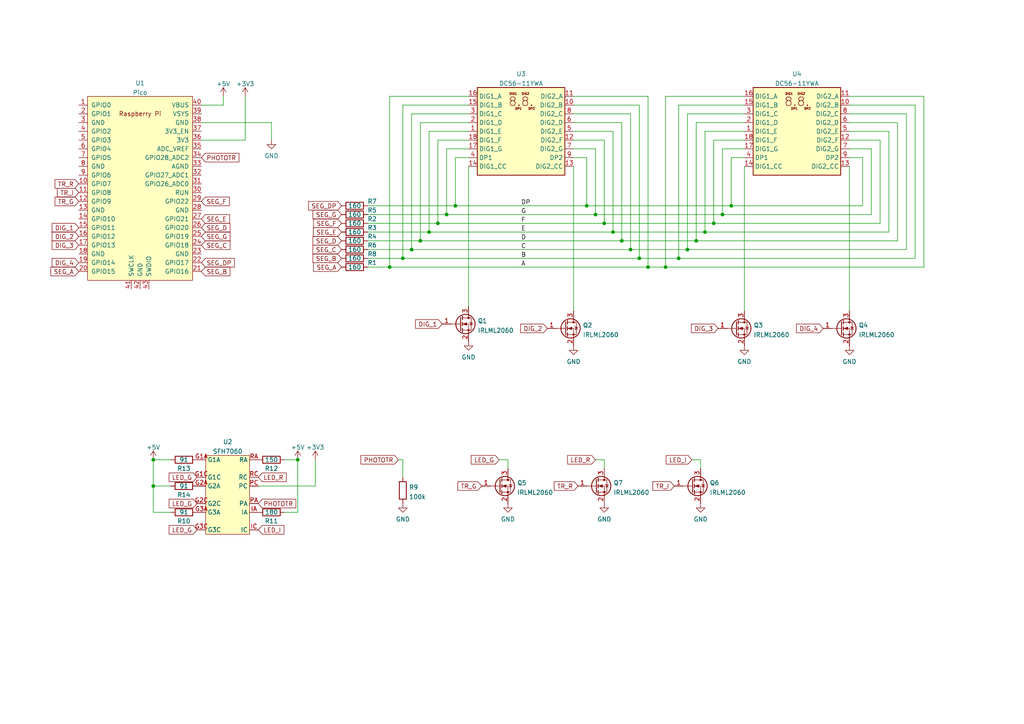
<source format=kicad_sch>
(kicad_sch (version 20211123) (generator eeschema)
  (paper "A4")
  (lib_symbols
    (symbol "Device:R" (pin_numbers hide) (pin_names (offset 0))
      (property "Reference" "R" (at 2.032 0 90))
      (property "Value" "R" (at 0 0 90))
      (symbol "R_0_1"
        (rectangle (start -1.016 -2.54) (end 1.016 2.54) (stroke (width 0.254)))
      )
      (symbol "R_1_1"
        (pin passive line (at 0 3.81 270) (length 1.27) (name "~") (number "1"))
        (pin passive line (at 0 -3.81 90) (length 1.27) (name "~") (number "2"))
      )
    )
    (symbol "Display_Character:DC56-11YWA"
      (property "Reference" "U" (at -11.43 13.97 0))
      (property "Value" "DC56-11YWA" (at 12.065 13.97 0))
      (symbol "DC56-11YWA_0_0"
        (text "8.8." (at 0 8.636 0) (effects (font (size 2.54 2.54))))
        (text "DIG1" (at -2.286 10.922 0) (effects (font (size 0.635 0.635))))
        (text "DIG2" (at 1.27 10.922 0) (effects (font (size 0.635 0.635))))
        (text "DP1" (at -0.762 6.604 0) (effects (font (size 0.635 0.635))))
        (text "DP2" (at 3.048 6.604 0) (effects (font (size 0.635 0.635))))
      )
      (symbol "DC56-11YWA_0_1"
        (rectangle (start -12.7 12.7) (end 12.7 -12.7) (stroke (width 0.254)) (fill (type background)))
      )
      (symbol "DC56-11YWA_1_1"
        (pin input line (at -15.24 0 0) (length 2.54) (name "DIG1_E") (number "1"))
        (pin input line (at 15.24 7.62 180) (length 2.54) (name "DIG2_B") (number "10"))
        (pin input line (at 15.24 10.16 180) (length 2.54) (name "DIG2_A") (number "11"))
        (pin input line (at 15.24 -2.54 180) (length 2.54) (name "DIG2_F") (number "12"))
        (pin input line (at 15.24 -10.16 180) (length 2.54) (name "DIG2_CC") (number "13"))
        (pin input line (at -15.24 -10.16 0) (length 2.54) (name "DIG1_CC") (number "14"))
        (pin input line (at -15.24 7.62 0) (length 2.54) (name "DIG1_B") (number "15"))
        (pin input line (at -15.24 10.16 0) (length 2.54) (name "DIG1_A") (number "16"))
        (pin input line (at -15.24 -5.08 0) (length 2.54) (name "DIG1_G") (number "17"))
        (pin input line (at -15.24 -2.54 0) (length 2.54) (name "DIG1_F") (number "18"))
        (pin input line (at -15.24 2.54 0) (length 2.54) (name "DIG1_D") (number "2"))
        (pin input line (at -15.24 5.08 0) (length 2.54) (name "DIG1_C") (number "3"))
        (pin input line (at -15.24 -7.62 0) (length 2.54) (name "DP1") (number "4"))
        (pin input line (at 15.24 0 180) (length 2.54) (name "DIG2_E") (number "5"))
        (pin input line (at 15.24 2.54 180) (length 2.54) (name "DIG2_D") (number "6"))
        (pin input line (at 15.24 -5.08 180) (length 2.54) (name "DIG2_G") (number "7"))
        (pin input line (at 15.24 5.08 180) (length 2.54) (name "DIG2_C") (number "8"))
        (pin input line (at 15.24 -7.62 180) (length 2.54) (name "DP2") (number "9"))
      )
    )
    (symbol "PiPico:Pico" (pin_names (offset 1.016))
      (property "Reference" "U" (at -13.97 27.94 0))
      (property "Value" "Pico" (at 0 19.05 0))
      (symbol "Pico_0_0"
        (text "Raspberry Pi" (at 0 21.59 0) (effects (font (size 1.27 1.27))))
      )
      (symbol "Pico_0_1"
        (rectangle (start -15.24 26.67) (end 15.24 -26.67) (fill (type background)))
      )
      (symbol "Pico_1_1"
        (pin bidirectional line (at -17.78 24.13 0) (length 2.54) (name "GPIO0") (number "1"))
        (pin bidirectional line (at -17.78 1.27 0) (length 2.54) (name "GPIO7") (number "10"))
        (pin bidirectional line (at -17.78 -1.27 0) (length 2.54) (name "GPIO8") (number "11"))
        (pin bidirectional line (at -17.78 -3.81 0) (length 2.54) (name "GPIO9") (number "12"))
        (pin power_in line (at -17.78 -6.35 0) (length 2.54) (name "GND") (number "13"))
        (pin bidirectional line (at -17.78 -8.89 0) (length 2.54) (name "GPIO10") (number "14"))
        (pin bidirectional line (at -17.78 -11.43 0) (length 2.54) (name "GPIO11") (number "15"))
        (pin bidirectional line (at -17.78 -13.97 0) (length 2.54) (name "GPIO12") (number "16"))
        (pin bidirectional line (at -17.78 -16.51 0) (length 2.54) (name "GPIO13") (number "17"))
        (pin power_in line (at -17.78 -19.05 0) (length 2.54) (name "GND") (number "18"))
        (pin bidirectional line (at -17.78 -21.59 0) (length 2.54) (name "GPIO14") (number "19"))
        (pin bidirectional line (at -17.78 21.59 0) (length 2.54) (name "GPIO1") (number "2"))
        (pin bidirectional line (at -17.78 -24.13 0) (length 2.54) (name "GPIO15") (number "20"))
        (pin bidirectional line (at 17.78 -24.13 180) (length 2.54) (name "GPIO16") (number "21"))
        (pin bidirectional line (at 17.78 -21.59 180) (length 2.54) (name "GPIO17") (number "22"))
        (pin power_in line (at 17.78 -19.05 180) (length 2.54) (name "GND") (number "23"))
        (pin bidirectional line (at 17.78 -16.51 180) (length 2.54) (name "GPIO18") (number "24"))
        (pin bidirectional line (at 17.78 -13.97 180) (length 2.54) (name "GPIO19") (number "25"))
        (pin bidirectional line (at 17.78 -11.43 180) (length 2.54) (name "GPIO20") (number "26"))
        (pin bidirectional line (at 17.78 -8.89 180) (length 2.54) (name "GPIO21") (number "27"))
        (pin power_in line (at 17.78 -6.35 180) (length 2.54) (name "GND") (number "28"))
        (pin bidirectional line (at 17.78 -3.81 180) (length 2.54) (name "GPIO22") (number "29"))
        (pin power_in line (at -17.78 19.05 0) (length 2.54) (name "GND") (number "3"))
        (pin input line (at 17.78 -1.27 180) (length 2.54) (name "RUN") (number "30"))
        (pin bidirectional line (at 17.78 1.27 180) (length 2.54) (name "GPIO26_ADC0") (number "31"))
        (pin bidirectional line (at 17.78 3.81 180) (length 2.54) (name "GPIO27_ADC1") (number "32"))
        (pin power_in line (at 17.78 6.35 180) (length 2.54) (name "AGND") (number "33"))
        (pin bidirectional line (at 17.78 8.89 180) (length 2.54) (name "GPIO28_ADC2") (number "34"))
        (pin unspecified line (at 17.78 11.43 180) (length 2.54) (name "ADC_VREF") (number "35"))
        (pin unspecified line (at 17.78 13.97 180) (length 2.54) (name "3V3") (number "36"))
        (pin input line (at 17.78 16.51 180) (length 2.54) (name "3V3_EN") (number "37"))
        (pin bidirectional line (at 17.78 19.05 180) (length 2.54) (name "GND") (number "38"))
        (pin unspecified line (at 17.78 21.59 180) (length 2.54) (name "VSYS") (number "39"))
        (pin bidirectional line (at -17.78 16.51 0) (length 2.54) (name "GPIO2") (number "4"))
        (pin unspecified line (at 17.78 24.13 180) (length 2.54) (name "VBUS") (number "40"))
        (pin input line (at -2.54 -29.21 90) (length 2.54) (name "SWCLK") (number "41"))
        (pin power_in line (at 0 -29.21 90) (length 2.54) (name "GND") (number "42"))
        (pin bidirectional line (at 2.54 -29.21 90) (length 2.54) (name "SWDIO") (number "43"))
        (pin bidirectional line (at -17.78 13.97 0) (length 2.54) (name "GPIO3") (number "5"))
        (pin bidirectional line (at -17.78 11.43 0) (length 2.54) (name "GPIO4") (number "6"))
        (pin bidirectional line (at -17.78 8.89 0) (length 2.54) (name "GPIO5") (number "7"))
        (pin power_in line (at -17.78 6.35 0) (length 2.54) (name "GND") (number "8"))
        (pin bidirectional line (at -17.78 3.81 0) (length 2.54) (name "GPIO6") (number "9"))
      )
    )
    (symbol "Sensor_Optical:SFH7060"
      (property "Reference" "U" (at 3.81 12.7 0))
      (property "Value" "SFH7060" (at -2.54 12.7 0))
      (symbol "SFH7060_0_1"
        (rectangle (start -6.35 11.43) (end 6.35 -11.43) (stroke (width 0.1524)) (fill (type background)))
      )
      (symbol "SFH7060_1_1"
        (pin input line (at -8.89 10.16 0) (length 2.54) (name "G1A") (number "G1A"))
        (pin input line (at -8.89 5.08 0) (length 2.54) (name "G1C") (number "G1C"))
        (pin input line (at -8.89 2.54 0) (length 2.54) (name "G2A") (number "G2A"))
        (pin input line (at -8.89 -2.54 0) (length 2.54) (name "G2C") (number "G2C"))
        (pin input line (at -8.89 -5.08 0) (length 2.54) (name "G3A") (number "G3A"))
        (pin input line (at -8.89 -10.16 0) (length 2.54) (name "G3C") (number "G3C"))
        (pin input line (at 8.89 -5.08 180) (length 2.54) (name "IA") (number "IA"))
        (pin input line (at 8.89 -10.16 180) (length 2.54) (name "IC") (number "IC"))
        (pin input line (at 8.89 -2.54 180) (length 2.54) (name "PA") (number "PA"))
        (pin input line (at 8.89 2.54 180) (length 2.54) (name "PC") (number "PC"))
        (pin input line (at 8.89 10.16 180) (length 2.54) (name "RA") (number "RA"))
        (pin input line (at 8.89 5.08 180) (length 2.54) (name "RC") (number "RC"))
      )
    )
    (symbol "Transistor_FET:IRLML2060" (pin_names hide)
      (property "Reference" "Q" (at 5.08 1.905 0))
      (property "Value" "IRLML2060" (at 5.08 0 0))
      (symbol "IRLML2060_0_1"
        (polyline (pts (xy 0.254 0) (xy -2.54 0)))
        (polyline (pts (xy 0.254 1.905) (xy 0.254 -1.905)) (stroke (width 0.254)))
        (polyline (pts (xy 0.762 -1.27) (xy 0.762 -2.286)) (stroke (width 0.254)))
        (polyline (pts (xy 0.762 0.508) (xy 0.762 -0.508)) (stroke (width 0.254)))
        (polyline (pts (xy 0.762 2.286) (xy 0.762 1.27)) (stroke (width 0.254)))
        (polyline (pts (xy 2.54 2.54) (xy 2.54 1.778)))
        (polyline (pts (xy 2.54 -2.54) (xy 2.54 0) (xy 0.762 0)))
        (polyline (pts (xy 0.762 -1.778) (xy 3.302 -1.778) (xy 3.302 1.778) (xy 0.762 1.778)))
        (polyline (pts (xy 1.016 0) (xy 2.032 0.381) (xy 2.032 -0.381) (xy 1.016 0)) (fill (type outline)))
        (polyline (pts (xy 2.794 0.508) (xy 2.921 0.381) (xy 3.683 0.381) (xy 3.81 0.254)))
        (polyline (pts (xy 3.302 0.381) (xy 2.921 -0.254) (xy 3.683 -0.254) (xy 3.302 0.381)))
        (circle (center 1.651 0) (radius 2.794) (stroke (width 0.254)))
        (circle (center 2.54 -1.778) (radius 0.254) (fill (type outline)))
        (circle (center 2.54 1.778) (radius 0.254) (fill (type outline)))
      )
      (symbol "IRLML2060_1_1"
        (pin input line (at -5.08 0 0) (length 2.54) (name "G") (number "1"))
        (pin passive line (at 2.54 -5.08 90) (length 2.54) (name "S") (number "2"))
        (pin passive line (at 2.54 5.08 270) (length 2.54) (name "D") (number "3"))
      )
    )
    (symbol "power:+3.3V" (power) (pin_names (offset 0))
      (property "Value" "+3.3V" (at 0 3.556 0))
      (symbol "+3.3V_0_1"
        (polyline (pts (xy -0.762 1.27) (xy 0 2.54)))
        (polyline (pts (xy 0 0) (xy 0 2.54)))
        (polyline (pts (xy 0 2.54) (xy 0.762 1.27)))
      )
      (symbol "+3.3V_1_1"
        (pin power_in line (at 0 0 90) (length 0) hide (name "+3V3") (number "1"))
      )
    )
    (symbol "power:+5V" (power) (pin_names (offset 0))
      (property "Value" "+5V" (at 0 3.556 0))
      (symbol "+5V_0_1"
        (polyline (pts (xy -0.762 1.27) (xy 0 2.54)))
        (polyline (pts (xy 0 0) (xy 0 2.54)))
        (polyline (pts (xy 0 2.54) (xy 0.762 1.27)))
      )
      (symbol "+5V_1_1"
        (pin power_in line (at 0 0 90) (length 0) hide (name "+5V") (number "1"))
      )
    )
    (symbol "power:GND" (power) (pin_names (offset 0))
      (property "Value" "GND" (at 0 -3.81 0))
      (symbol "GND_0_1"
        (polyline (pts (xy 0 0) (xy 0 -1.27) (xy 1.27 -1.27) (xy 0 -2.54) (xy -1.27 -1.27) (xy 0 -1.27)))
      )
      (symbol "GND_1_1"
        (pin power_in line (at 0 0 270) (length 0) hide (name "GND") (number "1"))
      )
    )
  )
  (junction (at 180.34 69.85))
  (junction (at 132.08 59.69))
  (junction (at 177.8 67.31))
  (junction (at 175.26 64.77))
  (junction (at 199.39 72.39))
  (junction (at 119.38 72.39))
  (junction (at 187.96 77.47))
  (junction (at 44.45 133.35))
  (junction (at 44.45 140.97))
  (junction (at 193.04 77.47))
  (junction (at 204.47 67.31))
  (junction (at 86.36 133.35))
  (junction (at 121.92 69.85))
  (junction (at 182.88 72.39))
  (junction (at 124.46 67.31))
  (junction (at 209.55 62.23))
  (junction (at 212.09 59.69))
  (junction (at 113.03 77.47))
  (junction (at 127 64.77))
  (junction (at 201.93 69.85))
  (junction (at 116.84 74.93))
  (junction (at 172.72 62.23))
  (junction (at 185.42 74.93))
  (junction (at 196.85 74.93))
  (junction (at 170.18 59.69))
  (junction (at 207.01 64.77))
  (junction (at 129.54 62.23))
  (wire (pts (xy 86.36 133.35) (xy 86.36 148.59)))
  (wire (pts (xy 127 40.64) (xy 127 64.77)))
  (wire (pts (xy 106.68 72.39) (xy 119.38 72.39)))
  (wire (pts (xy 106.68 77.47) (xy 113.03 77.47)))
  (wire (pts (xy 166.37 27.94) (xy 187.96 27.94)))
  (wire (pts (xy 124.46 38.1) (xy 124.46 67.31)))
  (wire (pts (xy 196.85 30.48) (xy 196.85 74.93)))
  (wire (pts (xy 207.01 40.64) (xy 207.01 64.77)))
  (wire (pts (xy 44.45 140.97) (xy 44.45 148.59)))
  (wire (pts (xy 180.34 69.85) (xy 201.93 69.85)))
  (wire (pts (xy 246.38 38.1) (xy 257.81 38.1)))
  (wire (pts (xy 215.9 30.48) (xy 196.85 30.48)))
  (wire (pts (xy 246.38 33.02) (xy 262.89 33.02)))
  (wire (pts (xy 215.9 40.64) (xy 207.01 40.64)))
  (wire (pts (xy 175.26 64.77) (xy 207.01 64.77)))
  (wire (pts (xy 115.57 133.35) (xy 116.84 133.35)))
  (wire (pts (xy 177.8 38.1) (xy 177.8 67.31)))
  (wire (pts (xy 172.72 133.35) (xy 175.26 133.35)))
  (wire (pts (xy 106.68 62.23) (xy 129.54 62.23)))
  (wire (pts (xy 74.93 140.97) (xy 91.44 140.97)))
  (wire (pts (xy 215.9 35.56) (xy 201.93 35.56)))
  (wire (pts (xy 106.68 64.77) (xy 127 64.77)))
  (wire (pts (xy 170.18 45.72) (xy 170.18 59.69)))
  (wire (pts (xy 121.92 35.56) (xy 121.92 69.85)))
  (wire (pts (xy 193.04 77.47) (xy 267.97 77.47)))
  (wire (pts (xy 91.44 133.35) (xy 91.44 140.97)))
  (wire (pts (xy 44.45 133.35) (xy 44.45 140.97)))
  (wire (pts (xy 71.12 27.94) (xy 71.12 40.64)))
  (wire (pts (xy 172.72 43.18) (xy 172.72 62.23)))
  (wire (pts (xy 262.89 33.02) (xy 262.89 72.39)))
  (wire (pts (xy 203.2 133.35) (xy 203.2 135.89)))
  (wire (pts (xy 170.18 59.69) (xy 212.09 59.69)))
  (wire (pts (xy 215.9 27.94) (xy 193.04 27.94)))
  (wire (pts (xy 106.68 74.93) (xy 116.84 74.93)))
  (wire (pts (xy 199.39 72.39) (xy 262.89 72.39)))
  (wire (pts (xy 44.45 148.59) (xy 49.53 148.59)))
  (wire (pts (xy 172.72 62.23) (xy 209.55 62.23)))
  (wire (pts (xy 246.38 35.56) (xy 260.35 35.56)))
  (wire (pts (xy 196.85 74.93) (xy 265.43 74.93)))
  (wire (pts (xy 252.73 43.18) (xy 252.73 62.23)))
  (wire (pts (xy 135.89 27.94) (xy 113.03 27.94)))
  (wire (pts (xy 116.84 133.35) (xy 116.84 138.43)))
  (wire (pts (xy 44.45 133.35) (xy 49.53 133.35)))
  (wire (pts (xy 180.34 35.56) (xy 180.34 69.85)))
  (wire (pts (xy 166.37 48.26) (xy 166.37 90.17)))
  (wire (pts (xy 200.66 133.35) (xy 203.2 133.35)))
  (wire (pts (xy 204.47 38.1) (xy 204.47 67.31)))
  (wire (pts (xy 246.38 48.26) (xy 246.38 90.17)))
  (wire (pts (xy 106.68 67.31) (xy 124.46 67.31)))
  (wire (pts (xy 212.09 45.72) (xy 212.09 59.69)))
  (wire (pts (xy 119.38 72.39) (xy 182.88 72.39)))
  (wire (pts (xy 132.08 45.72) (xy 132.08 59.69)))
  (wire (pts (xy 250.19 45.72) (xy 250.19 59.69)))
  (wire (pts (xy 246.38 40.64) (xy 255.27 40.64)))
  (wire (pts (xy 129.54 43.18) (xy 129.54 62.23)))
  (wire (pts (xy 135.89 48.26) (xy 135.89 88.9)))
  (wire (pts (xy 135.89 30.48) (xy 116.84 30.48)))
  (wire (pts (xy 267.97 27.94) (xy 267.97 77.47)))
  (wire (pts (xy 129.54 62.23) (xy 172.72 62.23)))
  (wire (pts (xy 121.92 69.85) (xy 180.34 69.85)))
  (wire (pts (xy 166.37 35.56) (xy 180.34 35.56)))
  (wire (pts (xy 257.81 38.1) (xy 257.81 67.31)))
  (wire (pts (xy 215.9 45.72) (xy 212.09 45.72)))
  (wire (pts (xy 106.68 69.85) (xy 121.92 69.85)))
  (wire (pts (xy 166.37 40.64) (xy 175.26 40.64)))
  (wire (pts (xy 212.09 59.69) (xy 250.19 59.69)))
  (wire (pts (xy 44.45 140.97) (xy 49.53 140.97)))
  (wire (pts (xy 185.42 30.48) (xy 185.42 74.93)))
  (wire (pts (xy 82.55 133.35) (xy 86.36 133.35)))
  (wire (pts (xy 175.26 133.35) (xy 175.26 135.89)))
  (wire (pts (xy 82.55 148.59) (xy 86.36 148.59)))
  (wire (pts (xy 58.42 30.48) (xy 64.77 30.48)))
  (wire (pts (xy 166.37 45.72) (xy 170.18 45.72)))
  (wire (pts (xy 209.55 43.18) (xy 209.55 62.23)))
  (wire (pts (xy 246.38 43.18) (xy 252.73 43.18)))
  (wire (pts (xy 166.37 30.48) (xy 185.42 30.48)))
  (wire (pts (xy 147.32 133.35) (xy 147.32 135.89)))
  (wire (pts (xy 135.89 40.64) (xy 127 40.64)))
  (wire (pts (xy 204.47 67.31) (xy 257.81 67.31)))
  (wire (pts (xy 78.74 35.56) (xy 78.74 40.64)))
  (wire (pts (xy 177.8 67.31) (xy 204.47 67.31)))
  (wire (pts (xy 64.77 30.48) (xy 64.77 27.94)))
  (wire (pts (xy 144.78 133.35) (xy 147.32 133.35)))
  (wire (pts (xy 260.35 35.56) (xy 260.35 69.85)))
  (wire (pts (xy 127 64.77) (xy 175.26 64.77)))
  (wire (pts (xy 187.96 77.47) (xy 193.04 77.47)))
  (wire (pts (xy 185.42 74.93) (xy 196.85 74.93)))
  (wire (pts (xy 207.01 64.77) (xy 255.27 64.77)))
  (wire (pts (xy 201.93 69.85) (xy 260.35 69.85)))
  (wire (pts (xy 116.84 30.48) (xy 116.84 74.93)))
  (wire (pts (xy 135.89 43.18) (xy 129.54 43.18)))
  (wire (pts (xy 182.88 33.02) (xy 182.88 72.39)))
  (wire (pts (xy 182.88 72.39) (xy 199.39 72.39)))
  (wire (pts (xy 246.38 27.94) (xy 267.97 27.94)))
  (wire (pts (xy 215.9 38.1) (xy 204.47 38.1)))
  (wire (pts (xy 71.12 40.64) (xy 58.42 40.64)))
  (wire (pts (xy 166.37 38.1) (xy 177.8 38.1)))
  (wire (pts (xy 265.43 30.48) (xy 265.43 74.93)))
  (wire (pts (xy 132.08 59.69) (xy 170.18 59.69)))
  (wire (pts (xy 199.39 33.02) (xy 199.39 72.39)))
  (wire (pts (xy 166.37 43.18) (xy 172.72 43.18)))
  (wire (pts (xy 119.38 33.02) (xy 119.38 72.39)))
  (wire (pts (xy 113.03 27.94) (xy 113.03 77.47)))
  (wire (pts (xy 135.89 33.02) (xy 119.38 33.02)))
  (wire (pts (xy 135.89 35.56) (xy 121.92 35.56)))
  (wire (pts (xy 201.93 35.56) (xy 201.93 69.85)))
  (wire (pts (xy 215.9 43.18) (xy 209.55 43.18)))
  (wire (pts (xy 209.55 62.23) (xy 252.73 62.23)))
  (wire (pts (xy 215.9 48.26) (xy 215.9 90.17)))
  (wire (pts (xy 135.89 45.72) (xy 132.08 45.72)))
  (wire (pts (xy 124.46 67.31) (xy 177.8 67.31)))
  (wire (pts (xy 113.03 77.47) (xy 187.96 77.47)))
  (wire (pts (xy 58.42 35.56) (xy 78.74 35.56)))
  (wire (pts (xy 175.26 40.64) (xy 175.26 64.77)))
  (wire (pts (xy 246.38 45.72) (xy 250.19 45.72)))
  (wire (pts (xy 116.84 74.93) (xy 185.42 74.93)))
  (wire (pts (xy 246.38 30.48) (xy 265.43 30.48)))
  (wire (pts (xy 255.27 40.64) (xy 255.27 64.77)))
  (wire (pts (xy 193.04 27.94) (xy 193.04 77.47)))
  (wire (pts (xy 187.96 27.94) (xy 187.96 77.47)))
  (wire (pts (xy 106.68 59.69) (xy 132.08 59.69)))
  (wire (pts (xy 135.89 38.1) (xy 124.46 38.1)))
  (wire (pts (xy 215.9 33.02) (xy 199.39 33.02)))
  (wire (pts (xy 166.37 33.02) (xy 182.88 33.02)))
  (label "DP" (at 151.13 59.69 0))
  (label "F" (at 151.13 64.77 0))
  (label "B" (at 151.13 74.93 0))
  (label "C" (at 151.13 72.39 0))
  (label "E" (at 151.13 67.31 0))
  (label "A" (at 151.13 77.47 0))
  (label "G" (at 151.13 62.23 0))
  (label "D" (at 151.13 69.85 0))
  (global_label "SEG_F" (shape input) (at 99.06 64.77 180) (property "Intersheet References" "${INTERSHEET_REFS}" (effects hide)))
  (global_label "SEG_DP" (shape input) (at 99.06 59.69 180) (property "Intersheet References" "${INTERSHEET_REFS}" (effects hide)))
  (global_label "SEG_B" (shape input) (at 99.06 74.93 180) (property "Intersheet References" "${INTERSHEET_REFS}" (effects hide)))
  (global_label "SEG_E" (shape input) (at 58.42 63.5 0) (property "Intersheet References" "${INTERSHEET_REFS}" (effects hide)))
  (global_label "LED_I" (shape input) (at 74.93 153.67 0) (property "Intersheet References" "${INTERSHEET_REFS}" (effects hide)))
  (global_label "SEG_F" (shape input) (at 58.42 58.42 0) (property "Intersheet References" "${INTERSHEET_REFS}" (effects hide)))
  (global_label "TR_G" (shape input) (at 22.86 58.42 180) (property "Intersheet References" "${INTERSHEET_REFS}" (effects hide)))
  (global_label "SEG_A" (shape input) (at 22.86 78.74 180) (property "Intersheet References" "${INTERSHEET_REFS}" (effects hide)))
  (global_label "TR_G" (shape input) (at 139.7 140.97 180) (property "Intersheet References" "${INTERSHEET_REFS}" (effects hide)))
  (global_label "LED_I" (shape input) (at 200.66 133.35 180) (property "Intersheet References" "${INTERSHEET_REFS}" (effects hide)))
  (global_label "SEG_C" (shape input) (at 99.06 72.39 180) (property "Intersheet References" "${INTERSHEET_REFS}" (effects hide)))
  (global_label "LED_G" (shape input) (at 57.15 138.43 180) (property "Intersheet References" "${INTERSHEET_REFS}" (effects hide)))
  (global_label "DIG_1" (shape input) (at 128.27 93.98 180) (property "Intersheet References" "${INTERSHEET_REFS}" (effects hide)))
  (global_label "TR_I" (shape input) (at 22.86 55.88 180) (property "Intersheet References" "${INTERSHEET_REFS}" (effects hide)))
  (global_label "SEG_E" (shape input) (at 99.06 67.31 180) (property "Intersheet References" "${INTERSHEET_REFS}" (effects hide)))
  (global_label "PHOTOTR" (shape input) (at 74.93 146.05 0) (property "Intersheet References" "${INTERSHEET_REFS}" (effects hide)))
  (global_label "TR_I" (shape input) (at 195.58 140.97 180) (property "Intersheet References" "${INTERSHEET_REFS}" (effects hide)))
  (global_label "DIG_3" (shape input) (at 208.28 95.25 180) (property "Intersheet References" "${INTERSHEET_REFS}" (effects hide)))
  (global_label "TR_R" (shape input) (at 167.64 140.97 180) (property "Intersheet References" "${INTERSHEET_REFS}" (effects hide)))
  (global_label "LED_R" (shape input) (at 172.72 133.35 180) (property "Intersheet References" "${INTERSHEET_REFS}" (effects hide)))
  (global_label "DIG_2" (shape input) (at 158.75 95.25 180) (property "Intersheet References" "${INTERSHEET_REFS}" (effects hide)))
  (global_label "DIG_4" (shape input) (at 238.76 95.25 180) (property "Intersheet References" "${INTERSHEET_REFS}" (effects hide)))
  (global_label "LED_G" (shape input) (at 144.78 133.35 180) (property "Intersheet References" "${INTERSHEET_REFS}" (effects hide)))
  (global_label "SEG_DP" (shape input) (at 58.42 76.2 0) (property "Intersheet References" "${INTERSHEET_REFS}" (effects hide)))
  (global_label "SEG_A" (shape input) (at 99.06 77.47 180) (property "Intersheet References" "${INTERSHEET_REFS}" (effects hide)))
  (global_label "SEG_G" (shape input) (at 99.06 62.23 180) (property "Intersheet References" "${INTERSHEET_REFS}" (effects hide)))
  (global_label "TR_R" (shape input) (at 22.86 53.34 180) (property "Intersheet References" "${INTERSHEET_REFS}" (effects hide)))
  (global_label "PHOTOTR" (shape input) (at 58.42 45.72 0) (property "Intersheet References" "${INTERSHEET_REFS}" (effects hide)))
  (global_label "SEG_C" (shape input) (at 58.42 71.12 0) (property "Intersheet References" "${INTERSHEET_REFS}" (effects hide)))
  (global_label "SEG_D" (shape input) (at 58.42 66.04 0) (property "Intersheet References" "${INTERSHEET_REFS}" (effects hide)))
  (global_label "SEG_G" (shape input) (at 58.42 68.58 0) (property "Intersheet References" "${INTERSHEET_REFS}" (effects hide)))
  (global_label "LED_G" (shape input) (at 57.15 146.05 180) (property "Intersheet References" "${INTERSHEET_REFS}" (effects hide)))
  (global_label "DIG_3" (shape input) (at 22.86 71.12 180) (property "Intersheet References" "${INTERSHEET_REFS}" (effects hide)))
  (global_label "DIG_4" (shape input) (at 22.86 76.2 180) (property "Intersheet References" "${INTERSHEET_REFS}" (effects hide)))
  (global_label "PHOTOTR" (shape input) (at 115.57 133.35 180) (property "Intersheet References" "${INTERSHEET_REFS}" (effects hide)))
  (global_label "LED_G" (shape input) (at 57.15 153.67 180) (property "Intersheet References" "${INTERSHEET_REFS}" (effects hide)))
  (global_label "DIG_1" (shape input) (at 22.86 66.04 180) (property "Intersheet References" "${INTERSHEET_REFS}" (effects hide)))
  (global_label "SEG_B" (shape input) (at 58.42 78.74 0) (property "Intersheet References" "${INTERSHEET_REFS}" (effects hide)))
  (global_label "DIG_2" (shape input) (at 22.86 68.58 180) (property "Intersheet References" "${INTERSHEET_REFS}" (effects hide)))
  (global_label "LED_R" (shape input) (at 74.93 138.43 0) (property "Intersheet References" "${INTERSHEET_REFS}" (effects hide)))
  (global_label "SEG_D" (shape input) (at 99.06 69.85 180) (property "Intersheet References" "${INTERSHEET_REFS}" (effects hide)))
  (symbol (lib_id "Device:R") (at 102.87 69.85 90) (unit 1)
    (property "Reference" "R4" (at 107.95 68.58 90))
    (property "Value" "160" (at 102.87 69.85 90))
    (property "Footprint" "Resistor_THT:R_Axial_DIN0204_L3.6mm_D1.6mm_P7.62mm_Horizontal" (effects hide))
  )
  (symbol (lib_id "Device:R") (at 102.87 77.47 90) (unit 1)
    (property "Reference" "R1" (at 107.95 76.2 90))
    (property "Value" "160" (at 102.87 77.47 90))
    (property "Footprint" "Resistor_THT:R_Axial_DIN0204_L3.6mm_D1.6mm_P7.62mm_Horizontal" (effects hide))
  )
  (symbol (lib_id "PiPico:Pico") (at 40.64 54.61 0) (unit 1)
    (property "Reference" "U1" (at 40.64 24.1005 0))
    (property "Value" "Pico" (at 40.64 26.8756 0))
    (property "Footprint" "PiPico:RPi_Pico_SMD_TH" (effects hide))
  )
  (symbol (lib_id "power:GND") (at 175.26 146.05 0) (unit 1)
    (property "Reference" "#PWR0105" (effects hide))
    (property "Value" "GND" (at 175.26 150.6125 0))
  )
  (symbol (lib_id "power:GND") (at 116.84 146.05 0) (unit 1)
    (property "Reference" "#PWR0110" (effects hide))
    (property "Value" "GND" (at 116.84 150.6125 0))
  )
  (symbol (lib_id "Device:R") (at 53.34 148.59 90) (unit 1)
    (property "Reference" "R10" (at 53.34 151.13 90))
    (property "Value" "91" (at 53.34 148.59 90))
    (property "Footprint" "Resistor_THT:R_Axial_DIN0204_L3.6mm_D1.6mm_P7.62mm_Horizontal" (effects hide))
  )
  (symbol (lib_id "power:+3.3V") (at 71.12 27.94 0) (unit 1)
    (property "Reference" "#PWR0111" (effects hide))
    (property "Value" "+3.3V" (at 71.12 24.3355 0))
  )
  (symbol (lib_id "power:+5V") (at 44.45 133.35 0) (unit 1)
    (property "Reference" "#PWR0108" (effects hide))
    (property "Value" "+5V" (at 44.45 129.7455 0))
  )
  (symbol (lib_id "Device:R") (at 102.87 59.69 90) (unit 1)
    (property "Reference" "R7" (at 107.95 58.42 90))
    (property "Value" "160" (at 102.87 59.69 90))
    (property "Footprint" "Resistor_THT:R_Axial_DIN0204_L3.6mm_D1.6mm_P7.62mm_Horizontal" (effects hide))
  )
  (symbol (lib_id "power:GND") (at 166.37 100.33 0) (unit 1)
    (property "Reference" "#PWR0104" (effects hide))
    (property "Value" "GND" (at 166.37 104.8925 0))
  )
  (symbol (lib_id "Device:R") (at 53.34 140.97 90) (unit 1)
    (property "Reference" "R14" (at 53.34 143.51 90))
    (property "Value" "91" (at 53.34 140.97 90))
    (property "Footprint" "Resistor_THT:R_Axial_DIN0204_L3.6mm_D1.6mm_P7.62mm_Horizontal" (effects hide))
  )
  (symbol (lib_id "Device:R") (at 116.84 142.24 0) (unit 1)
    (property "Reference" "R9" (at 118.618 141.3315 0) (effects (justify left)))
    (property "Value" "100k" (at 118.618 144.1066 0) (effects (justify left)))
    (property "Footprint" "Resistor_THT:R_Axial_DIN0204_L3.6mm_D1.6mm_P7.62mm_Horizontal" (effects hide))
  )
  (symbol (lib_id "Transistor_FET:IRLML2060") (at 200.66 140.97 0) (unit 1)
    (property "Reference" "Q6" (at 205.867 140.0615 0) (effects (justify left)))
    (property "Value" "IRLML2060" (at 205.867 142.8366 0) (effects (justify left)))
    (property "Footprint" "Package_TO_SOT_SMD:SOT-23" (effects hide))
    (property "Datasheet" "https://www.infineon.com/dgdl/irlml2060pbf.pdf?fileId=5546d462533600a401535664b7fb25ee" (effects hide))
  )
  (symbol (lib_id "Device:R") (at 78.74 133.35 90) (unit 1)
    (property "Reference" "R12" (at 78.74 135.89 90))
    (property "Value" "150" (at 78.74 133.35 90))
    (property "Footprint" "Resistor_THT:R_Axial_DIN0204_L3.6mm_D1.6mm_P7.62mm_Horizontal" (effects hide))
  )
  (symbol (lib_id "Transistor_FET:IRLML2060") (at 172.72 140.97 0) (unit 1)
    (property "Reference" "Q7" (at 177.927 140.0615 0) (effects (justify left)))
    (property "Value" "IRLML2060" (at 177.927 142.8366 0) (effects (justify left)))
    (property "Footprint" "Package_TO_SOT_SMD:SOT-23" (effects hide))
    (property "Datasheet" "https://www.infineon.com/dgdl/irlml2060pbf.pdf?fileId=5546d462533600a401535664b7fb25ee" (effects hide))
  )
  (symbol (lib_id "Transistor_FET:IRLML2060") (at 163.83 95.25 0) (unit 1)
    (property "Reference" "Q2" (at 169.037 94.3415 0) (effects (justify left)))
    (property "Value" "IRLML2060" (at 169.037 97.1166 0) (effects (justify left)))
    (property "Footprint" "Package_TO_SOT_SMD:SOT-23" (effects hide))
    (property "Datasheet" "https://www.infineon.com/dgdl/irlml2060pbf.pdf?fileId=5546d462533600a401535664b7fb25ee" (effects hide))
  )
  (symbol (lib_id "power:GND") (at 246.38 100.33 0) (unit 1)
    (property "Reference" "#PWR0101" (effects hide))
    (property "Value" "GND" (at 246.38 104.8925 0))
  )
  (symbol (lib_id "Device:R") (at 102.87 74.93 90) (unit 1)
    (property "Reference" "R8" (at 107.95 73.66 90))
    (property "Value" "160" (at 102.87 74.93 90))
    (property "Footprint" "Resistor_THT:R_Axial_DIN0204_L3.6mm_D1.6mm_P7.62mm_Horizontal" (effects hide))
  )
  (symbol (lib_id "Device:R") (at 53.34 133.35 90) (unit 1)
    (property "Reference" "R13" (at 53.34 135.89 90))
    (property "Value" "91" (at 53.34 133.35 90))
    (property "Footprint" "Resistor_THT:R_Axial_DIN0204_L3.6mm_D1.6mm_P7.62mm_Horizontal" (effects hide))
  )
  (symbol (lib_id "Sensor_Optical:SFH7060") (at 66.04 143.51 0) (unit 1)
    (property "Reference" "U2" (at 66.04 128.1643 0))
    (property "Value" "SFH7060" (at 66.04 130.9394 0))
    (property "Footprint" "OptoDevice:SFH7060" (effects hide))
    (property "Datasheet" "https://www.farnell.com/datasheets/2711905.pdf" (effects hide))
  )
  (symbol (lib_id "power:GND") (at 78.74 40.64 0) (unit 1)
    (property "Reference" "#PWR0113" (effects hide))
    (property "Value" "GND" (at 78.74 45.2025 0))
  )
  (symbol (lib_id "power:+5V") (at 64.77 27.94 0) (unit 1)
    (property "Reference" "#PWR0112" (effects hide))
    (property "Value" "+5V" (at 64.77 24.3355 0))
  )
  (symbol (lib_id "Device:R") (at 102.87 64.77 90) (unit 1)
    (property "Reference" "R2" (at 107.95 63.5 90))
    (property "Value" "160" (at 102.87 64.77 90))
    (property "Footprint" "Resistor_THT:R_Axial_DIN0204_L3.6mm_D1.6mm_P7.62mm_Horizontal" (effects hide))
  )
  (symbol (lib_id "power:GND") (at 203.2 146.05 0) (unit 1)
    (property "Reference" "#PWR0107" (effects hide))
    (property "Value" "GND" (at 203.2 150.6125 0))
  )
  (symbol (lib_id "Transistor_FET:IRLML2060") (at 243.84 95.25 0) (unit 1)
    (property "Reference" "Q4" (at 249.047 94.3415 0) (effects (justify left)))
    (property "Value" "IRLML2060" (at 249.047 97.1166 0) (effects (justify left)))
    (property "Footprint" "Package_TO_SOT_SMD:SOT-23" (effects hide))
    (property "Datasheet" "https://www.infineon.com/dgdl/irlml2060pbf.pdf?fileId=5546d462533600a401535664b7fb25ee" (effects hide))
  )
  (symbol (lib_id "power:GND") (at 147.32 146.05 0) (unit 1)
    (property "Reference" "#PWR0106" (effects hide))
    (property "Value" "GND" (at 147.32 150.6125 0))
  )
  (symbol (lib_id "power:+5V") (at 86.36 133.35 0) (unit 1)
    (property "Reference" "#PWR0109" (effects hide))
    (property "Value" "+5V" (at 86.36 129.7455 0))
  )
  (symbol (lib_id "Device:R") (at 102.87 62.23 90) (unit 1)
    (property "Reference" "R5" (at 107.95 60.96 90))
    (property "Value" "160" (at 102.87 62.23 90))
    (property "Footprint" "Resistor_THT:R_Axial_DIN0204_L3.6mm_D1.6mm_P7.62mm_Horizontal" (effects hide))
  )
  (symbol (lib_id "Display_Character:DC56-11YWA") (at 151.13 38.1 0) (unit 1)
    (property "Reference" "U3" (at 151.13 21.4335 0))
    (property "Value" "DC56-11YWA" (at 151.13 24.2086 0))
    (property "Footprint" "Display_7Segment:DA56-11SYKWA" (effects hide))
    (property "Datasheet" "http://www.kingbrightusa.com/images/catalog/SPEC/DC56-11YWA.pdf" (effects hide))
  )
  (symbol (lib_id "Transistor_FET:IRLML2060") (at 133.35 93.98 0) (unit 1)
    (property "Reference" "Q1" (at 138.557 93.0715 0) (effects (justify left)))
    (property "Value" "IRLML2060" (at 138.557 95.8466 0) (effects (justify left)))
    (property "Footprint" "Package_TO_SOT_SMD:SOT-23" (effects hide))
    (property "Datasheet" "https://www.infineon.com/dgdl/irlml2060pbf.pdf?fileId=5546d462533600a401535664b7fb25ee" (effects hide))
  )
  (symbol (lib_id "Transistor_FET:IRLML2060") (at 213.36 95.25 0) (unit 1)
    (property "Reference" "Q3" (at 218.567 94.3415 0) (effects (justify left)))
    (property "Value" "IRLML2060" (at 218.567 97.1166 0) (effects (justify left)))
    (property "Footprint" "Package_TO_SOT_SMD:SOT-23" (effects hide))
    (property "Datasheet" "https://www.infineon.com/dgdl/irlml2060pbf.pdf?fileId=5546d462533600a401535664b7fb25ee" (effects hide))
  )
  (symbol (lib_id "Device:R") (at 102.87 72.39 90) (unit 1)
    (property "Reference" "R6" (at 107.95 71.12 90))
    (property "Value" "160" (at 102.87 72.39 90))
    (property "Footprint" "Resistor_THT:R_Axial_DIN0204_L3.6mm_D1.6mm_P7.62mm_Horizontal" (effects hide))
  )
  (symbol (lib_id "Display_Character:DC56-11YWA") (at 231.14 38.1 0) (unit 1)
    (property "Reference" "U4" (at 231.14 21.4335 0))
    (property "Value" "DC56-11YWA" (at 231.14 24.2086 0))
    (property "Footprint" "Display_7Segment:DA56-11SYKWA" (effects hide))
    (property "Datasheet" "http://www.kingbrightusa.com/images/catalog/SPEC/DC56-11YWA.pdf" (effects hide))
  )
  (symbol (lib_id "Device:R") (at 102.87 67.31 90) (unit 1)
    (property "Reference" "R3" (at 107.95 66.04 90))
    (property "Value" "160" (at 102.87 67.31 90))
    (property "Footprint" "Resistor_THT:R_Axial_DIN0204_L3.6mm_D1.6mm_P7.62mm_Horizontal" (effects hide))
  )
  (symbol (lib_id "Transistor_FET:IRLML2060") (at 144.78 140.97 0) (unit 1)
    (property "Reference" "Q5" (at 149.987 140.0615 0) (effects (justify left)))
    (property "Value" "IRLML2060" (at 149.987 142.8366 0) (effects (justify left)))
    (property "Footprint" "Package_TO_SOT_SMD:SOT-23" (effects hide))
    (property "Datasheet" "https://www.infineon.com/dgdl/irlml2060pbf.pdf?fileId=5546d462533600a401535664b7fb25ee" (effects hide))
  )
  (symbol (lib_id "power:GND") (at 215.9 100.33 0) (unit 1)
    (property "Reference" "#PWR0102" (effects hide))
    (property "Value" "GND" (at 215.9 104.8925 0))
  )
  (symbol (lib_id "power:+3.3V") (at 91.44 133.35 0) (unit 1)
    (property "Reference" "#PWR0114" (effects hide))
    (property "Value" "+3.3V" (at 91.44 129.7455 0))
  )
  (symbol (lib_id "Device:R") (at 78.74 148.59 90) (unit 1)
    (property "Reference" "R11" (at 78.74 151.13 90))
    (property "Value" "180" (at 78.74 148.59 90))
    (property "Footprint" "Resistor_THT:R_Axial_DIN0204_L3.6mm_D1.6mm_P7.62mm_Horizontal" (effects hide))
  )
  (symbol (lib_id "power:GND") (at 135.89 99.06 0) (unit 1)
    (property "Reference" "#PWR0103" (effects hide))
    (property "Value" "GND" (at 135.89 103.6225 0))
  )
)
</source>
